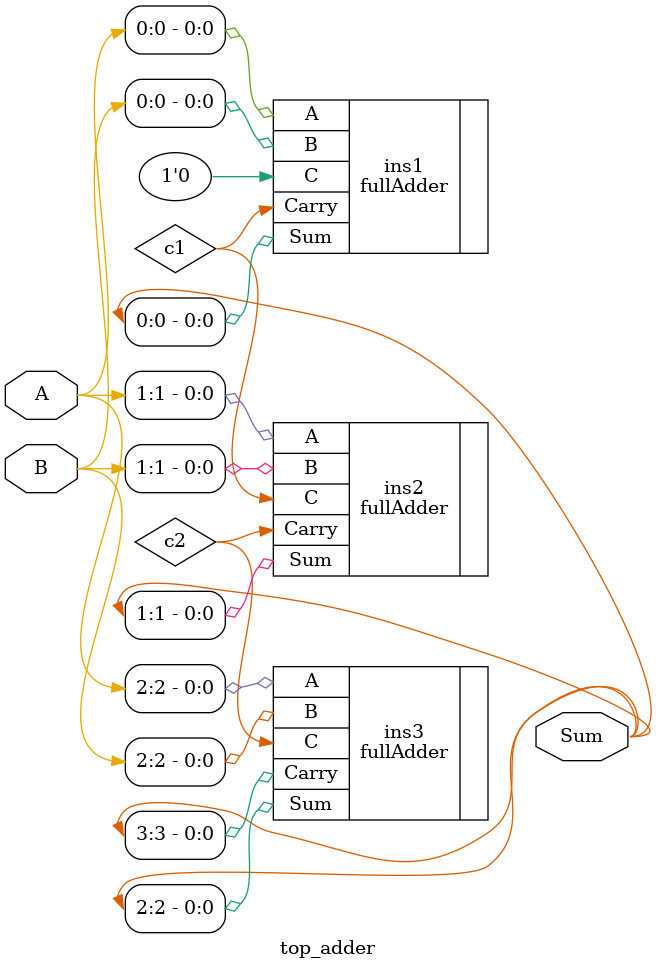
<source format=v>
`timescale 1ns / 1ps

module top_adder(
    input [2:0] A,
    input [2:0] B,
    output[3:0] Sum
    );
    wire c1,c2;
    fullAdder ins1(.A(A[0]), .B(B[0]), .C(1'b0), .Sum(Sum[0]), .Carry(c1));
    fullAdder ins2(.A(A[1]), .B(B[1]), .C(c1), .Sum(Sum[1]), .Carry(c2));
    fullAdder ins3(.A(A[2]), .B(B[2]), .C(c2), .Sum(Sum[2]), .Carry(Sum[3]));    
endmodule

</source>
